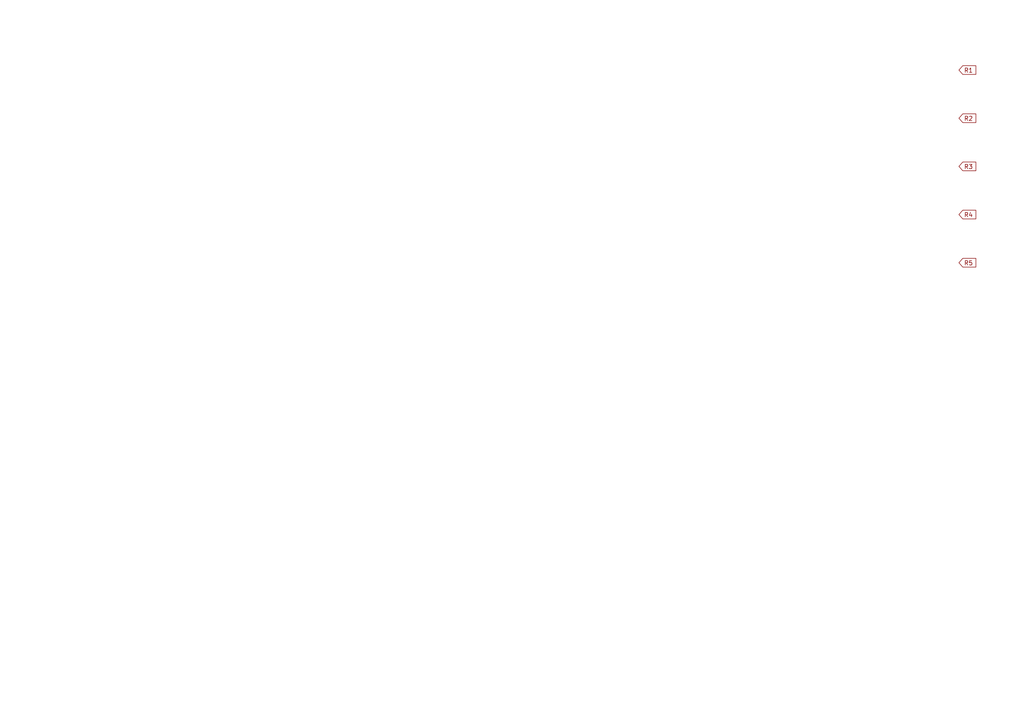
<source format=kicad_sch>
(kicad_sch (version 20230121) (generator eeschema)
  (paper "A4")
  (lib_symbols)
  (global_label "R3" (shape input) (at 278.13 48.26 0) (property "Intersheetrefs" "${INTERSHEET_REFS}" (effects hide)))
  (global_label "R2" (shape input) (at 278.13 34.29 0) (property "Intersheetrefs" "${INTERSHEET_REFS}" (effects hide)))
  (global_label "R1" (shape input) (at 278.13 20.32 0) (property "Intersheetrefs" "${INTERSHEET_REFS}" (effects hide)))
  (global_label "R4" (shape input) (at 278.13 62.23 0) (property "Intersheetrefs" "${INTERSHEET_REFS}" (effects hide)))
  (global_label "R5" (shape input) (at 278.13 76.2 0) (property "Intersheetrefs" "${INTERSHEET_REFS}" (effects hide)))
)
</source>
